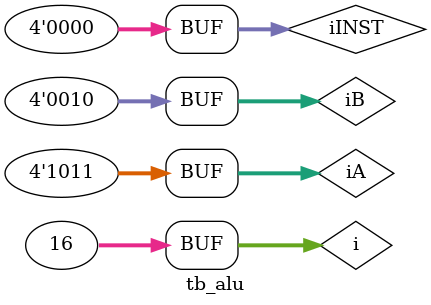
<source format=v>
`timescale 1ns/10ps

module tb_alu;
    reg [3:0]iA, iB, iINST;
    wire [7:0] oRESULT;

    integer i; // i를 정수형 변수로 선언

    // 검증할 alu 이름에 의한 포토 맵핑을 사용하여 인스턴스 화

    alu U0 ( .iA(iA), .iB(iB), .iINST(iINST), .oRESULT(oRESULT));

    initial begin
        iA = 4'hb; iB=4'h2;
        iINST= 4'h0;

        for(i=0; i <=15; i= i+1) begin
            #100; iINST = iINST+1; // i가 15까지 참이면 iINST가 1씩 증가
        end
    end
endmodule

</source>
